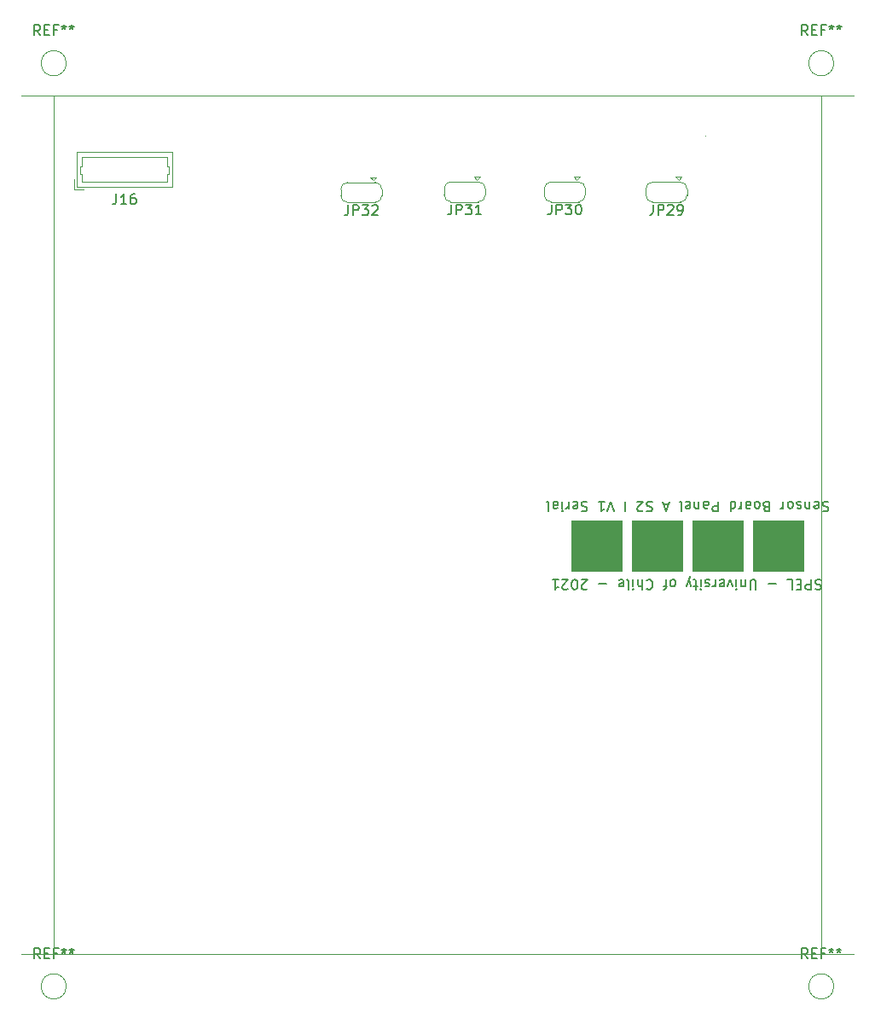
<source format=gbr>
G04 #@! TF.GenerationSoftware,KiCad,Pcbnew,(5.1.2)-2*
G04 #@! TF.CreationDate,2021-08-28T01:11:49-04:00*
G04 #@! TF.ProjectId,MAG_Plus,4d41475f-506c-4757-932e-6b696361645f,rev?*
G04 #@! TF.SameCoordinates,Original*
G04 #@! TF.FileFunction,Legend,Top*
G04 #@! TF.FilePolarity,Positive*
%FSLAX46Y46*%
G04 Gerber Fmt 4.6, Leading zero omitted, Abs format (unit mm)*
G04 Created by KiCad (PCBNEW (5.1.2)-2) date 2021-08-28 01:11:49*
%MOMM*%
%LPD*%
G04 APERTURE LIST*
%ADD10C,0.100000*%
%ADD11C,0.150000*%
%ADD12C,0.120000*%
G04 APERTURE END LIST*
D10*
G36*
X107610000Y-194540000D02*
G01*
X102610000Y-194540000D01*
X102610000Y-189540000D01*
X107610000Y-189540000D01*
X107610000Y-194540000D01*
G37*
X107610000Y-194540000D02*
X102610000Y-194540000D01*
X102610000Y-189540000D01*
X107610000Y-189540000D01*
X107610000Y-194540000D01*
G36*
X101610000Y-194540000D02*
G01*
X96610000Y-194540000D01*
X96610000Y-189540000D01*
X101610000Y-189540000D01*
X101610000Y-194540000D01*
G37*
X101610000Y-194540000D02*
X96610000Y-194540000D01*
X96610000Y-189540000D01*
X101610000Y-189540000D01*
X101610000Y-194540000D01*
G36*
X113610000Y-194540000D02*
G01*
X108610000Y-194540000D01*
X108610000Y-189540000D01*
X113610000Y-189540000D01*
X113610000Y-194540000D01*
G37*
X113610000Y-194540000D02*
X108610000Y-194540000D01*
X108610000Y-189540000D01*
X113610000Y-189540000D01*
X113610000Y-194540000D01*
G36*
X95610000Y-194540000D02*
G01*
X90610000Y-194540000D01*
X90610000Y-189540000D01*
X95610000Y-189540000D01*
X95610000Y-194540000D01*
G37*
X95610000Y-194540000D02*
X90610000Y-194540000D01*
X90610000Y-189540000D01*
X95610000Y-189540000D01*
X95610000Y-194540000D01*
D11*
X115393333Y-195485238D02*
X115250476Y-195437619D01*
X115012380Y-195437619D01*
X114917142Y-195485238D01*
X114869523Y-195532857D01*
X114821904Y-195628095D01*
X114821904Y-195723333D01*
X114869523Y-195818571D01*
X114917142Y-195866190D01*
X115012380Y-195913809D01*
X115202857Y-195961428D01*
X115298095Y-196009047D01*
X115345714Y-196056666D01*
X115393333Y-196151904D01*
X115393333Y-196247142D01*
X115345714Y-196342380D01*
X115298095Y-196390000D01*
X115202857Y-196437619D01*
X114964761Y-196437619D01*
X114821904Y-196390000D01*
X114393333Y-195437619D02*
X114393333Y-196437619D01*
X114012380Y-196437619D01*
X113917142Y-196390000D01*
X113869523Y-196342380D01*
X113821904Y-196247142D01*
X113821904Y-196104285D01*
X113869523Y-196009047D01*
X113917142Y-195961428D01*
X114012380Y-195913809D01*
X114393333Y-195913809D01*
X113393333Y-195961428D02*
X113060000Y-195961428D01*
X112917142Y-195437619D02*
X113393333Y-195437619D01*
X113393333Y-196437619D01*
X112917142Y-196437619D01*
X112012380Y-195437619D02*
X112488571Y-195437619D01*
X112488571Y-196437619D01*
X110917142Y-195818571D02*
X110155238Y-195818571D01*
X108917142Y-196437619D02*
X108917142Y-195628095D01*
X108869523Y-195532857D01*
X108821904Y-195485238D01*
X108726666Y-195437619D01*
X108536190Y-195437619D01*
X108440952Y-195485238D01*
X108393333Y-195532857D01*
X108345714Y-195628095D01*
X108345714Y-196437619D01*
X107869523Y-196104285D02*
X107869523Y-195437619D01*
X107869523Y-196009047D02*
X107821904Y-196056666D01*
X107726666Y-196104285D01*
X107583809Y-196104285D01*
X107488571Y-196056666D01*
X107440952Y-195961428D01*
X107440952Y-195437619D01*
X106964761Y-195437619D02*
X106964761Y-196104285D01*
X106964761Y-196437619D02*
X107012380Y-196390000D01*
X106964761Y-196342380D01*
X106917142Y-196390000D01*
X106964761Y-196437619D01*
X106964761Y-196342380D01*
X106583809Y-196104285D02*
X106345714Y-195437619D01*
X106107619Y-196104285D01*
X105345714Y-195485238D02*
X105440952Y-195437619D01*
X105631428Y-195437619D01*
X105726666Y-195485238D01*
X105774285Y-195580476D01*
X105774285Y-195961428D01*
X105726666Y-196056666D01*
X105631428Y-196104285D01*
X105440952Y-196104285D01*
X105345714Y-196056666D01*
X105298095Y-195961428D01*
X105298095Y-195866190D01*
X105774285Y-195770952D01*
X104869523Y-195437619D02*
X104869523Y-196104285D01*
X104869523Y-195913809D02*
X104821904Y-196009047D01*
X104774285Y-196056666D01*
X104679047Y-196104285D01*
X104583809Y-196104285D01*
X104298095Y-195485238D02*
X104202857Y-195437619D01*
X104012380Y-195437619D01*
X103917142Y-195485238D01*
X103869523Y-195580476D01*
X103869523Y-195628095D01*
X103917142Y-195723333D01*
X104012380Y-195770952D01*
X104155238Y-195770952D01*
X104250476Y-195818571D01*
X104298095Y-195913809D01*
X104298095Y-195961428D01*
X104250476Y-196056666D01*
X104155238Y-196104285D01*
X104012380Y-196104285D01*
X103917142Y-196056666D01*
X103440952Y-195437619D02*
X103440952Y-196104285D01*
X103440952Y-196437619D02*
X103488571Y-196390000D01*
X103440952Y-196342380D01*
X103393333Y-196390000D01*
X103440952Y-196437619D01*
X103440952Y-196342380D01*
X103107619Y-196104285D02*
X102726666Y-196104285D01*
X102964761Y-196437619D02*
X102964761Y-195580476D01*
X102917142Y-195485238D01*
X102821904Y-195437619D01*
X102726666Y-195437619D01*
X102488571Y-196104285D02*
X102250476Y-195437619D01*
X102012380Y-196104285D02*
X102250476Y-195437619D01*
X102345714Y-195199523D01*
X102393333Y-195151904D01*
X102488571Y-195104285D01*
X100726666Y-195437619D02*
X100821904Y-195485238D01*
X100869523Y-195532857D01*
X100917142Y-195628095D01*
X100917142Y-195913809D01*
X100869523Y-196009047D01*
X100821904Y-196056666D01*
X100726666Y-196104285D01*
X100583809Y-196104285D01*
X100488571Y-196056666D01*
X100440952Y-196009047D01*
X100393333Y-195913809D01*
X100393333Y-195628095D01*
X100440952Y-195532857D01*
X100488571Y-195485238D01*
X100583809Y-195437619D01*
X100726666Y-195437619D01*
X100107619Y-196104285D02*
X99726666Y-196104285D01*
X99964761Y-195437619D02*
X99964761Y-196294761D01*
X99917142Y-196390000D01*
X99821904Y-196437619D01*
X99726666Y-196437619D01*
X98060000Y-195532857D02*
X98107619Y-195485238D01*
X98250476Y-195437619D01*
X98345714Y-195437619D01*
X98488571Y-195485238D01*
X98583809Y-195580476D01*
X98631428Y-195675714D01*
X98679047Y-195866190D01*
X98679047Y-196009047D01*
X98631428Y-196199523D01*
X98583809Y-196294761D01*
X98488571Y-196390000D01*
X98345714Y-196437619D01*
X98250476Y-196437619D01*
X98107619Y-196390000D01*
X98060000Y-196342380D01*
X97631428Y-195437619D02*
X97631428Y-196437619D01*
X97202857Y-195437619D02*
X97202857Y-195961428D01*
X97250476Y-196056666D01*
X97345714Y-196104285D01*
X97488571Y-196104285D01*
X97583809Y-196056666D01*
X97631428Y-196009047D01*
X96726666Y-195437619D02*
X96726666Y-196104285D01*
X96726666Y-196437619D02*
X96774285Y-196390000D01*
X96726666Y-196342380D01*
X96679047Y-196390000D01*
X96726666Y-196437619D01*
X96726666Y-196342380D01*
X96107619Y-195437619D02*
X96202857Y-195485238D01*
X96250476Y-195580476D01*
X96250476Y-196437619D01*
X95345714Y-195485238D02*
X95440952Y-195437619D01*
X95631428Y-195437619D01*
X95726666Y-195485238D01*
X95774285Y-195580476D01*
X95774285Y-195961428D01*
X95726666Y-196056666D01*
X95631428Y-196104285D01*
X95440952Y-196104285D01*
X95345714Y-196056666D01*
X95298095Y-195961428D01*
X95298095Y-195866190D01*
X95774285Y-195770952D01*
X94107619Y-195818571D02*
X93345714Y-195818571D01*
X92155238Y-196342380D02*
X92107619Y-196390000D01*
X92012380Y-196437619D01*
X91774285Y-196437619D01*
X91679047Y-196390000D01*
X91631428Y-196342380D01*
X91583809Y-196247142D01*
X91583809Y-196151904D01*
X91631428Y-196009047D01*
X92202857Y-195437619D01*
X91583809Y-195437619D01*
X90964761Y-196437619D02*
X90869523Y-196437619D01*
X90774285Y-196390000D01*
X90726666Y-196342380D01*
X90679047Y-196247142D01*
X90631428Y-196056666D01*
X90631428Y-195818571D01*
X90679047Y-195628095D01*
X90726666Y-195532857D01*
X90774285Y-195485238D01*
X90869523Y-195437619D01*
X90964761Y-195437619D01*
X91060000Y-195485238D01*
X91107619Y-195532857D01*
X91155238Y-195628095D01*
X91202857Y-195818571D01*
X91202857Y-196056666D01*
X91155238Y-196247142D01*
X91107619Y-196342380D01*
X91060000Y-196390000D01*
X90964761Y-196437619D01*
X90250476Y-196342380D02*
X90202857Y-196390000D01*
X90107619Y-196437619D01*
X89869523Y-196437619D01*
X89774285Y-196390000D01*
X89726666Y-196342380D01*
X89679047Y-196247142D01*
X89679047Y-196151904D01*
X89726666Y-196009047D01*
X90298095Y-195437619D01*
X89679047Y-195437619D01*
X88726666Y-195437619D02*
X89298095Y-195437619D01*
X89012380Y-195437619D02*
X89012380Y-196437619D01*
X89107619Y-196294761D01*
X89202857Y-196199523D01*
X89298095Y-196151904D01*
X116112380Y-187735238D02*
X115969523Y-187687619D01*
X115731428Y-187687619D01*
X115636190Y-187735238D01*
X115588571Y-187782857D01*
X115540952Y-187878095D01*
X115540952Y-187973333D01*
X115588571Y-188068571D01*
X115636190Y-188116190D01*
X115731428Y-188163809D01*
X115921904Y-188211428D01*
X116017142Y-188259047D01*
X116064761Y-188306666D01*
X116112380Y-188401904D01*
X116112380Y-188497142D01*
X116064761Y-188592380D01*
X116017142Y-188640000D01*
X115921904Y-188687619D01*
X115683809Y-188687619D01*
X115540952Y-188640000D01*
X114731428Y-187735238D02*
X114826666Y-187687619D01*
X115017142Y-187687619D01*
X115112380Y-187735238D01*
X115160000Y-187830476D01*
X115160000Y-188211428D01*
X115112380Y-188306666D01*
X115017142Y-188354285D01*
X114826666Y-188354285D01*
X114731428Y-188306666D01*
X114683809Y-188211428D01*
X114683809Y-188116190D01*
X115160000Y-188020952D01*
X114255238Y-188354285D02*
X114255238Y-187687619D01*
X114255238Y-188259047D02*
X114207619Y-188306666D01*
X114112380Y-188354285D01*
X113969523Y-188354285D01*
X113874285Y-188306666D01*
X113826666Y-188211428D01*
X113826666Y-187687619D01*
X113398095Y-187735238D02*
X113302857Y-187687619D01*
X113112380Y-187687619D01*
X113017142Y-187735238D01*
X112969523Y-187830476D01*
X112969523Y-187878095D01*
X113017142Y-187973333D01*
X113112380Y-188020952D01*
X113255238Y-188020952D01*
X113350476Y-188068571D01*
X113398095Y-188163809D01*
X113398095Y-188211428D01*
X113350476Y-188306666D01*
X113255238Y-188354285D01*
X113112380Y-188354285D01*
X113017142Y-188306666D01*
X112398095Y-187687619D02*
X112493333Y-187735238D01*
X112540952Y-187782857D01*
X112588571Y-187878095D01*
X112588571Y-188163809D01*
X112540952Y-188259047D01*
X112493333Y-188306666D01*
X112398095Y-188354285D01*
X112255238Y-188354285D01*
X112160000Y-188306666D01*
X112112380Y-188259047D01*
X112064761Y-188163809D01*
X112064761Y-187878095D01*
X112112380Y-187782857D01*
X112160000Y-187735238D01*
X112255238Y-187687619D01*
X112398095Y-187687619D01*
X111636190Y-187687619D02*
X111636190Y-188354285D01*
X111636190Y-188163809D02*
X111588571Y-188259047D01*
X111540952Y-188306666D01*
X111445714Y-188354285D01*
X111350476Y-188354285D01*
X109921904Y-188211428D02*
X109779047Y-188163809D01*
X109731428Y-188116190D01*
X109683809Y-188020952D01*
X109683809Y-187878095D01*
X109731428Y-187782857D01*
X109779047Y-187735238D01*
X109874285Y-187687619D01*
X110255238Y-187687619D01*
X110255238Y-188687619D01*
X109921904Y-188687619D01*
X109826666Y-188640000D01*
X109779047Y-188592380D01*
X109731428Y-188497142D01*
X109731428Y-188401904D01*
X109779047Y-188306666D01*
X109826666Y-188259047D01*
X109921904Y-188211428D01*
X110255238Y-188211428D01*
X109112380Y-187687619D02*
X109207619Y-187735238D01*
X109255238Y-187782857D01*
X109302857Y-187878095D01*
X109302857Y-188163809D01*
X109255238Y-188259047D01*
X109207619Y-188306666D01*
X109112380Y-188354285D01*
X108969523Y-188354285D01*
X108874285Y-188306666D01*
X108826666Y-188259047D01*
X108779047Y-188163809D01*
X108779047Y-187878095D01*
X108826666Y-187782857D01*
X108874285Y-187735238D01*
X108969523Y-187687619D01*
X109112380Y-187687619D01*
X107921904Y-187687619D02*
X107921904Y-188211428D01*
X107969523Y-188306666D01*
X108064761Y-188354285D01*
X108255238Y-188354285D01*
X108350476Y-188306666D01*
X107921904Y-187735238D02*
X108017142Y-187687619D01*
X108255238Y-187687619D01*
X108350476Y-187735238D01*
X108398095Y-187830476D01*
X108398095Y-187925714D01*
X108350476Y-188020952D01*
X108255238Y-188068571D01*
X108017142Y-188068571D01*
X107921904Y-188116190D01*
X107445714Y-187687619D02*
X107445714Y-188354285D01*
X107445714Y-188163809D02*
X107398095Y-188259047D01*
X107350476Y-188306666D01*
X107255238Y-188354285D01*
X107160000Y-188354285D01*
X106398095Y-187687619D02*
X106398095Y-188687619D01*
X106398095Y-187735238D02*
X106493333Y-187687619D01*
X106683809Y-187687619D01*
X106779047Y-187735238D01*
X106826666Y-187782857D01*
X106874285Y-187878095D01*
X106874285Y-188163809D01*
X106826666Y-188259047D01*
X106779047Y-188306666D01*
X106683809Y-188354285D01*
X106493333Y-188354285D01*
X106398095Y-188306666D01*
X105160000Y-187687619D02*
X105160000Y-188687619D01*
X104779047Y-188687619D01*
X104683809Y-188640000D01*
X104636190Y-188592380D01*
X104588571Y-188497142D01*
X104588571Y-188354285D01*
X104636190Y-188259047D01*
X104683809Y-188211428D01*
X104779047Y-188163809D01*
X105160000Y-188163809D01*
X103731428Y-187687619D02*
X103731428Y-188211428D01*
X103779047Y-188306666D01*
X103874285Y-188354285D01*
X104064761Y-188354285D01*
X104160000Y-188306666D01*
X103731428Y-187735238D02*
X103826666Y-187687619D01*
X104064761Y-187687619D01*
X104160000Y-187735238D01*
X104207619Y-187830476D01*
X104207619Y-187925714D01*
X104160000Y-188020952D01*
X104064761Y-188068571D01*
X103826666Y-188068571D01*
X103731428Y-188116190D01*
X103255238Y-188354285D02*
X103255238Y-187687619D01*
X103255238Y-188259047D02*
X103207619Y-188306666D01*
X103112380Y-188354285D01*
X102969523Y-188354285D01*
X102874285Y-188306666D01*
X102826666Y-188211428D01*
X102826666Y-187687619D01*
X101969523Y-187735238D02*
X102064761Y-187687619D01*
X102255238Y-187687619D01*
X102350476Y-187735238D01*
X102398095Y-187830476D01*
X102398095Y-188211428D01*
X102350476Y-188306666D01*
X102255238Y-188354285D01*
X102064761Y-188354285D01*
X101969523Y-188306666D01*
X101921904Y-188211428D01*
X101921904Y-188116190D01*
X102398095Y-188020952D01*
X101350476Y-187687619D02*
X101445714Y-187735238D01*
X101493333Y-187830476D01*
X101493333Y-188687619D01*
X100255238Y-187973333D02*
X99779047Y-187973333D01*
X100350476Y-187687619D02*
X100017142Y-188687619D01*
X99683809Y-187687619D01*
X98636190Y-187735238D02*
X98493333Y-187687619D01*
X98255238Y-187687619D01*
X98160000Y-187735238D01*
X98112380Y-187782857D01*
X98064761Y-187878095D01*
X98064761Y-187973333D01*
X98112380Y-188068571D01*
X98160000Y-188116190D01*
X98255238Y-188163809D01*
X98445714Y-188211428D01*
X98540952Y-188259047D01*
X98588571Y-188306666D01*
X98636190Y-188401904D01*
X98636190Y-188497142D01*
X98588571Y-188592380D01*
X98540952Y-188640000D01*
X98445714Y-188687619D01*
X98207619Y-188687619D01*
X98064761Y-188640000D01*
X97683809Y-188592380D02*
X97636190Y-188640000D01*
X97540952Y-188687619D01*
X97302857Y-188687619D01*
X97207619Y-188640000D01*
X97160000Y-188592380D01*
X97112380Y-188497142D01*
X97112380Y-188401904D01*
X97160000Y-188259047D01*
X97731428Y-187687619D01*
X97112380Y-187687619D01*
X95921904Y-187687619D02*
X95921904Y-188687619D01*
X94826666Y-188687619D02*
X94493333Y-187687619D01*
X94160000Y-188687619D01*
X93302857Y-187687619D02*
X93874285Y-187687619D01*
X93588571Y-187687619D02*
X93588571Y-188687619D01*
X93683809Y-188544761D01*
X93779047Y-188449523D01*
X93874285Y-188401904D01*
X92160000Y-187735238D02*
X92017142Y-187687619D01*
X91779047Y-187687619D01*
X91683809Y-187735238D01*
X91636190Y-187782857D01*
X91588571Y-187878095D01*
X91588571Y-187973333D01*
X91636190Y-188068571D01*
X91683809Y-188116190D01*
X91779047Y-188163809D01*
X91969523Y-188211428D01*
X92064761Y-188259047D01*
X92112380Y-188306666D01*
X92160000Y-188401904D01*
X92160000Y-188497142D01*
X92112380Y-188592380D01*
X92064761Y-188640000D01*
X91969523Y-188687619D01*
X91731428Y-188687619D01*
X91588571Y-188640000D01*
X90779047Y-187735238D02*
X90874285Y-187687619D01*
X91064761Y-187687619D01*
X91160000Y-187735238D01*
X91207619Y-187830476D01*
X91207619Y-188211428D01*
X91160000Y-188306666D01*
X91064761Y-188354285D01*
X90874285Y-188354285D01*
X90779047Y-188306666D01*
X90731428Y-188211428D01*
X90731428Y-188116190D01*
X91207619Y-188020952D01*
X90302857Y-187687619D02*
X90302857Y-188354285D01*
X90302857Y-188163809D02*
X90255238Y-188259047D01*
X90207619Y-188306666D01*
X90112380Y-188354285D01*
X90017142Y-188354285D01*
X89683809Y-187687619D02*
X89683809Y-188354285D01*
X89683809Y-188687619D02*
X89731428Y-188640000D01*
X89683809Y-188592380D01*
X89636190Y-188640000D01*
X89683809Y-188687619D01*
X89683809Y-188592380D01*
X88779047Y-187687619D02*
X88779047Y-188211428D01*
X88826666Y-188306666D01*
X88921904Y-188354285D01*
X89112380Y-188354285D01*
X89207619Y-188306666D01*
X88779047Y-187735238D02*
X88874285Y-187687619D01*
X89112380Y-187687619D01*
X89207619Y-187735238D01*
X89255238Y-187830476D01*
X89255238Y-187925714D01*
X89207619Y-188020952D01*
X89112380Y-188068571D01*
X88874285Y-188068571D01*
X88779047Y-188116190D01*
X88160000Y-187687619D02*
X88255238Y-187735238D01*
X88302857Y-187830476D01*
X88302857Y-188687619D01*
D12*
X103900000Y-151390000D02*
X103900000Y-151400000D01*
X115400000Y-147400000D02*
X115400000Y-232600000D01*
X39200000Y-232600000D02*
X39200000Y-147400000D01*
X118600000Y-147400000D02*
X36000000Y-147400000D01*
X36000000Y-232600000D02*
X118600000Y-232600000D01*
X116650000Y-235800000D02*
G75*
G03X116650000Y-235800000I-1250000J0D01*
G01*
X40450000Y-235800000D02*
G75*
G03X40450000Y-235800000I-1250000J0D01*
G01*
X116650000Y-144200000D02*
G75*
G03X116650000Y-144200000I-1250000J0D01*
G01*
X40450000Y-144200000D02*
G75*
G03X40450000Y-144200000I-1250000J0D01*
G01*
X41210000Y-156745000D02*
X42210000Y-156745000D01*
X41210000Y-156745000D02*
X41210000Y-155745000D01*
X50460000Y-153545000D02*
X46235000Y-153545000D01*
X50460000Y-154420000D02*
X50460000Y-153545000D01*
X50660000Y-154420000D02*
X50460000Y-154420000D01*
X50660000Y-155220000D02*
X50660000Y-154420000D01*
X50460000Y-155220000D02*
X50660000Y-155220000D01*
X50460000Y-155945000D02*
X50460000Y-155220000D01*
X46235000Y-155945000D02*
X50460000Y-155945000D01*
X42010000Y-153545000D02*
X46235000Y-153545000D01*
X42010000Y-154420000D02*
X42010000Y-153545000D01*
X41810000Y-154420000D02*
X42010000Y-154420000D01*
X41810000Y-155220000D02*
X41810000Y-154420000D01*
X42010000Y-155220000D02*
X41810000Y-155220000D01*
X42010000Y-155945000D02*
X42010000Y-155220000D01*
X46235000Y-155945000D02*
X42010000Y-155945000D01*
X51010000Y-152995000D02*
X41460000Y-152995000D01*
X51010000Y-156495000D02*
X51010000Y-152995000D01*
X41460000Y-156495000D02*
X51010000Y-156495000D01*
X41460000Y-152995000D02*
X41460000Y-156495000D01*
X102090000Y-157290000D02*
G75*
G02X101390000Y-157990000I-700000J0D01*
G01*
X101390000Y-155990000D02*
G75*
G02X102090000Y-156690000I0J-700000D01*
G01*
X97990000Y-156690000D02*
G75*
G02X98690000Y-155990000I700000J0D01*
G01*
X98690000Y-157990000D02*
G75*
G02X97990000Y-157290000I0J700000D01*
G01*
X101440000Y-157990000D02*
X98640000Y-157990000D01*
X97990000Y-157290000D02*
X97990000Y-156690000D01*
X98640000Y-155990000D02*
X101440000Y-155990000D01*
X102090000Y-156690000D02*
X102090000Y-157290000D01*
X101240000Y-155790000D02*
X101540000Y-155490000D01*
X101540000Y-155490000D02*
X100940000Y-155490000D01*
X101240000Y-155790000D02*
X100940000Y-155490000D01*
X91140000Y-155770000D02*
X90840000Y-155470000D01*
X91440000Y-155470000D02*
X90840000Y-155470000D01*
X91140000Y-155770000D02*
X91440000Y-155470000D01*
X91990000Y-156670000D02*
X91990000Y-157270000D01*
X88540000Y-155970000D02*
X91340000Y-155970000D01*
X87890000Y-157270000D02*
X87890000Y-156670000D01*
X91340000Y-157970000D02*
X88540000Y-157970000D01*
X88590000Y-157970000D02*
G75*
G02X87890000Y-157270000I0J700000D01*
G01*
X87890000Y-156670000D02*
G75*
G02X88590000Y-155970000I700000J0D01*
G01*
X91290000Y-155970000D02*
G75*
G02X91990000Y-156670000I0J-700000D01*
G01*
X91990000Y-157270000D02*
G75*
G02X91290000Y-157970000I-700000J0D01*
G01*
X82060000Y-157260000D02*
G75*
G02X81360000Y-157960000I-700000J0D01*
G01*
X81360000Y-155960000D02*
G75*
G02X82060000Y-156660000I0J-700000D01*
G01*
X77960000Y-156660000D02*
G75*
G02X78660000Y-155960000I700000J0D01*
G01*
X78660000Y-157960000D02*
G75*
G02X77960000Y-157260000I0J700000D01*
G01*
X81410000Y-157960000D02*
X78610000Y-157960000D01*
X77960000Y-157260000D02*
X77960000Y-156660000D01*
X78610000Y-155960000D02*
X81410000Y-155960000D01*
X82060000Y-156660000D02*
X82060000Y-157260000D01*
X81210000Y-155760000D02*
X81510000Y-155460000D01*
X81510000Y-155460000D02*
X80910000Y-155460000D01*
X81210000Y-155760000D02*
X80910000Y-155460000D01*
X70950000Y-155820000D02*
X70650000Y-155520000D01*
X71250000Y-155520000D02*
X70650000Y-155520000D01*
X70950000Y-155820000D02*
X71250000Y-155520000D01*
X71800000Y-156720000D02*
X71800000Y-157320000D01*
X68350000Y-156020000D02*
X71150000Y-156020000D01*
X67700000Y-157320000D02*
X67700000Y-156720000D01*
X71150000Y-158020000D02*
X68350000Y-158020000D01*
X68400000Y-158020000D02*
G75*
G02X67700000Y-157320000I0J700000D01*
G01*
X67700000Y-156720000D02*
G75*
G02X68400000Y-156020000I700000J0D01*
G01*
X71100000Y-156020000D02*
G75*
G02X71800000Y-156720000I0J-700000D01*
G01*
X71800000Y-157320000D02*
G75*
G02X71100000Y-158020000I-700000J0D01*
G01*
D11*
X114066666Y-141422380D02*
X113733333Y-140946190D01*
X113495238Y-141422380D02*
X113495238Y-140422380D01*
X113876190Y-140422380D01*
X113971428Y-140470000D01*
X114019047Y-140517619D01*
X114066666Y-140612857D01*
X114066666Y-140755714D01*
X114019047Y-140850952D01*
X113971428Y-140898571D01*
X113876190Y-140946190D01*
X113495238Y-140946190D01*
X114495238Y-140898571D02*
X114828571Y-140898571D01*
X114971428Y-141422380D02*
X114495238Y-141422380D01*
X114495238Y-140422380D01*
X114971428Y-140422380D01*
X115733333Y-140898571D02*
X115400000Y-140898571D01*
X115400000Y-141422380D02*
X115400000Y-140422380D01*
X115876190Y-140422380D01*
X116400000Y-140422380D02*
X116400000Y-140660476D01*
X116161904Y-140565238D02*
X116400000Y-140660476D01*
X116638095Y-140565238D01*
X116257142Y-140850952D02*
X116400000Y-140660476D01*
X116542857Y-140850952D01*
X117161904Y-140422380D02*
X117161904Y-140660476D01*
X116923809Y-140565238D02*
X117161904Y-140660476D01*
X117400000Y-140565238D01*
X117019047Y-140850952D02*
X117161904Y-140660476D01*
X117304761Y-140850952D01*
X114056666Y-233022380D02*
X113723333Y-232546190D01*
X113485238Y-233022380D02*
X113485238Y-232022380D01*
X113866190Y-232022380D01*
X113961428Y-232070000D01*
X114009047Y-232117619D01*
X114056666Y-232212857D01*
X114056666Y-232355714D01*
X114009047Y-232450952D01*
X113961428Y-232498571D01*
X113866190Y-232546190D01*
X113485238Y-232546190D01*
X114485238Y-232498571D02*
X114818571Y-232498571D01*
X114961428Y-233022380D02*
X114485238Y-233022380D01*
X114485238Y-232022380D01*
X114961428Y-232022380D01*
X115723333Y-232498571D02*
X115390000Y-232498571D01*
X115390000Y-233022380D02*
X115390000Y-232022380D01*
X115866190Y-232022380D01*
X116390000Y-232022380D02*
X116390000Y-232260476D01*
X116151904Y-232165238D02*
X116390000Y-232260476D01*
X116628095Y-232165238D01*
X116247142Y-232450952D02*
X116390000Y-232260476D01*
X116532857Y-232450952D01*
X117151904Y-232022380D02*
X117151904Y-232260476D01*
X116913809Y-232165238D02*
X117151904Y-232260476D01*
X117390000Y-232165238D01*
X117009047Y-232450952D02*
X117151904Y-232260476D01*
X117294761Y-232450952D01*
X37866666Y-141412380D02*
X37533333Y-140936190D01*
X37295238Y-141412380D02*
X37295238Y-140412380D01*
X37676190Y-140412380D01*
X37771428Y-140460000D01*
X37819047Y-140507619D01*
X37866666Y-140602857D01*
X37866666Y-140745714D01*
X37819047Y-140840952D01*
X37771428Y-140888571D01*
X37676190Y-140936190D01*
X37295238Y-140936190D01*
X38295238Y-140888571D02*
X38628571Y-140888571D01*
X38771428Y-141412380D02*
X38295238Y-141412380D01*
X38295238Y-140412380D01*
X38771428Y-140412380D01*
X39533333Y-140888571D02*
X39200000Y-140888571D01*
X39200000Y-141412380D02*
X39200000Y-140412380D01*
X39676190Y-140412380D01*
X40200000Y-140412380D02*
X40200000Y-140650476D01*
X39961904Y-140555238D02*
X40200000Y-140650476D01*
X40438095Y-140555238D01*
X40057142Y-140840952D02*
X40200000Y-140650476D01*
X40342857Y-140840952D01*
X40961904Y-140412380D02*
X40961904Y-140650476D01*
X40723809Y-140555238D02*
X40961904Y-140650476D01*
X41200000Y-140555238D01*
X40819047Y-140840952D02*
X40961904Y-140650476D01*
X41104761Y-140840952D01*
X37866666Y-233032380D02*
X37533333Y-232556190D01*
X37295238Y-233032380D02*
X37295238Y-232032380D01*
X37676190Y-232032380D01*
X37771428Y-232080000D01*
X37819047Y-232127619D01*
X37866666Y-232222857D01*
X37866666Y-232365714D01*
X37819047Y-232460952D01*
X37771428Y-232508571D01*
X37676190Y-232556190D01*
X37295238Y-232556190D01*
X38295238Y-232508571D02*
X38628571Y-232508571D01*
X38771428Y-233032380D02*
X38295238Y-233032380D01*
X38295238Y-232032380D01*
X38771428Y-232032380D01*
X39533333Y-232508571D02*
X39200000Y-232508571D01*
X39200000Y-233032380D02*
X39200000Y-232032380D01*
X39676190Y-232032380D01*
X40200000Y-232032380D02*
X40200000Y-232270476D01*
X39961904Y-232175238D02*
X40200000Y-232270476D01*
X40438095Y-232175238D01*
X40057142Y-232460952D02*
X40200000Y-232270476D01*
X40342857Y-232460952D01*
X40961904Y-232032380D02*
X40961904Y-232270476D01*
X40723809Y-232175238D02*
X40961904Y-232270476D01*
X41200000Y-232175238D01*
X40819047Y-232460952D02*
X40961904Y-232270476D01*
X41104761Y-232460952D01*
X45425476Y-157172380D02*
X45425476Y-157886666D01*
X45377857Y-158029523D01*
X45282619Y-158124761D01*
X45139761Y-158172380D01*
X45044523Y-158172380D01*
X46425476Y-158172380D02*
X45854047Y-158172380D01*
X46139761Y-158172380D02*
X46139761Y-157172380D01*
X46044523Y-157315238D01*
X45949285Y-157410476D01*
X45854047Y-157458095D01*
X47282619Y-157172380D02*
X47092142Y-157172380D01*
X46996904Y-157220000D01*
X46949285Y-157267619D01*
X46854047Y-157410476D01*
X46806428Y-157600952D01*
X46806428Y-157981904D01*
X46854047Y-158077142D01*
X46901666Y-158124761D01*
X46996904Y-158172380D01*
X47187380Y-158172380D01*
X47282619Y-158124761D01*
X47330238Y-158077142D01*
X47377857Y-157981904D01*
X47377857Y-157743809D01*
X47330238Y-157648571D01*
X47282619Y-157600952D01*
X47187380Y-157553333D01*
X46996904Y-157553333D01*
X46901666Y-157600952D01*
X46854047Y-157648571D01*
X46806428Y-157743809D01*
X98730476Y-158242380D02*
X98730476Y-158956666D01*
X98682857Y-159099523D01*
X98587619Y-159194761D01*
X98444761Y-159242380D01*
X98349523Y-159242380D01*
X99206666Y-159242380D02*
X99206666Y-158242380D01*
X99587619Y-158242380D01*
X99682857Y-158290000D01*
X99730476Y-158337619D01*
X99778095Y-158432857D01*
X99778095Y-158575714D01*
X99730476Y-158670952D01*
X99682857Y-158718571D01*
X99587619Y-158766190D01*
X99206666Y-158766190D01*
X100159047Y-158337619D02*
X100206666Y-158290000D01*
X100301904Y-158242380D01*
X100540000Y-158242380D01*
X100635238Y-158290000D01*
X100682857Y-158337619D01*
X100730476Y-158432857D01*
X100730476Y-158528095D01*
X100682857Y-158670952D01*
X100111428Y-159242380D01*
X100730476Y-159242380D01*
X101206666Y-159242380D02*
X101397142Y-159242380D01*
X101492380Y-159194761D01*
X101540000Y-159147142D01*
X101635238Y-159004285D01*
X101682857Y-158813809D01*
X101682857Y-158432857D01*
X101635238Y-158337619D01*
X101587619Y-158290000D01*
X101492380Y-158242380D01*
X101301904Y-158242380D01*
X101206666Y-158290000D01*
X101159047Y-158337619D01*
X101111428Y-158432857D01*
X101111428Y-158670952D01*
X101159047Y-158766190D01*
X101206666Y-158813809D01*
X101301904Y-158861428D01*
X101492380Y-158861428D01*
X101587619Y-158813809D01*
X101635238Y-158766190D01*
X101682857Y-158670952D01*
X88630476Y-158222380D02*
X88630476Y-158936666D01*
X88582857Y-159079523D01*
X88487619Y-159174761D01*
X88344761Y-159222380D01*
X88249523Y-159222380D01*
X89106666Y-159222380D02*
X89106666Y-158222380D01*
X89487619Y-158222380D01*
X89582857Y-158270000D01*
X89630476Y-158317619D01*
X89678095Y-158412857D01*
X89678095Y-158555714D01*
X89630476Y-158650952D01*
X89582857Y-158698571D01*
X89487619Y-158746190D01*
X89106666Y-158746190D01*
X90011428Y-158222380D02*
X90630476Y-158222380D01*
X90297142Y-158603333D01*
X90440000Y-158603333D01*
X90535238Y-158650952D01*
X90582857Y-158698571D01*
X90630476Y-158793809D01*
X90630476Y-159031904D01*
X90582857Y-159127142D01*
X90535238Y-159174761D01*
X90440000Y-159222380D01*
X90154285Y-159222380D01*
X90059047Y-159174761D01*
X90011428Y-159127142D01*
X91249523Y-158222380D02*
X91344761Y-158222380D01*
X91440000Y-158270000D01*
X91487619Y-158317619D01*
X91535238Y-158412857D01*
X91582857Y-158603333D01*
X91582857Y-158841428D01*
X91535238Y-159031904D01*
X91487619Y-159127142D01*
X91440000Y-159174761D01*
X91344761Y-159222380D01*
X91249523Y-159222380D01*
X91154285Y-159174761D01*
X91106666Y-159127142D01*
X91059047Y-159031904D01*
X91011428Y-158841428D01*
X91011428Y-158603333D01*
X91059047Y-158412857D01*
X91106666Y-158317619D01*
X91154285Y-158270000D01*
X91249523Y-158222380D01*
X78700476Y-158212380D02*
X78700476Y-158926666D01*
X78652857Y-159069523D01*
X78557619Y-159164761D01*
X78414761Y-159212380D01*
X78319523Y-159212380D01*
X79176666Y-159212380D02*
X79176666Y-158212380D01*
X79557619Y-158212380D01*
X79652857Y-158260000D01*
X79700476Y-158307619D01*
X79748095Y-158402857D01*
X79748095Y-158545714D01*
X79700476Y-158640952D01*
X79652857Y-158688571D01*
X79557619Y-158736190D01*
X79176666Y-158736190D01*
X80081428Y-158212380D02*
X80700476Y-158212380D01*
X80367142Y-158593333D01*
X80510000Y-158593333D01*
X80605238Y-158640952D01*
X80652857Y-158688571D01*
X80700476Y-158783809D01*
X80700476Y-159021904D01*
X80652857Y-159117142D01*
X80605238Y-159164761D01*
X80510000Y-159212380D01*
X80224285Y-159212380D01*
X80129047Y-159164761D01*
X80081428Y-159117142D01*
X81652857Y-159212380D02*
X81081428Y-159212380D01*
X81367142Y-159212380D02*
X81367142Y-158212380D01*
X81271904Y-158355238D01*
X81176666Y-158450476D01*
X81081428Y-158498095D01*
X68440476Y-158272380D02*
X68440476Y-158986666D01*
X68392857Y-159129523D01*
X68297619Y-159224761D01*
X68154761Y-159272380D01*
X68059523Y-159272380D01*
X68916666Y-159272380D02*
X68916666Y-158272380D01*
X69297619Y-158272380D01*
X69392857Y-158320000D01*
X69440476Y-158367619D01*
X69488095Y-158462857D01*
X69488095Y-158605714D01*
X69440476Y-158700952D01*
X69392857Y-158748571D01*
X69297619Y-158796190D01*
X68916666Y-158796190D01*
X69821428Y-158272380D02*
X70440476Y-158272380D01*
X70107142Y-158653333D01*
X70250000Y-158653333D01*
X70345238Y-158700952D01*
X70392857Y-158748571D01*
X70440476Y-158843809D01*
X70440476Y-159081904D01*
X70392857Y-159177142D01*
X70345238Y-159224761D01*
X70250000Y-159272380D01*
X69964285Y-159272380D01*
X69869047Y-159224761D01*
X69821428Y-159177142D01*
X70821428Y-158367619D02*
X70869047Y-158320000D01*
X70964285Y-158272380D01*
X71202380Y-158272380D01*
X71297619Y-158320000D01*
X71345238Y-158367619D01*
X71392857Y-158462857D01*
X71392857Y-158558095D01*
X71345238Y-158700952D01*
X70773809Y-159272380D01*
X71392857Y-159272380D01*
M02*

</source>
